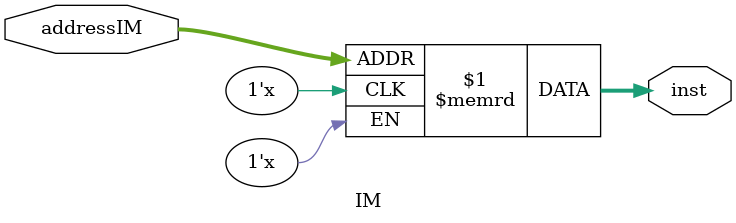
<source format=v>
module IM #(parameter N = 32) (
    input [4:0] addressIM,
    output [N-1:0] inst
);
    reg [N-1:0] mem [31:0]; // 32 registros de 32 bits

    initial begin
        //$readmemb("instructions.mem", mem); // Carga instrucciones desde un archivo
    end

    assign inst = mem[addressIM];
endmodule


/*
Memoria de programa: es la región de la memoria del sistema donde se
aloja el programa que se está ejecutando.

Sus entradas son la dirección de memoria accedida (A) y la salida es la
información (RD) que se halla en dicha dirección, la cual puede ser una
instrucción o un dato. Supondremos que todas las señales son de 32 bits
de ancho.

En esta implementacion suponemos que la memoria de programa es de
solo lectura (ROM)
*/


</source>
